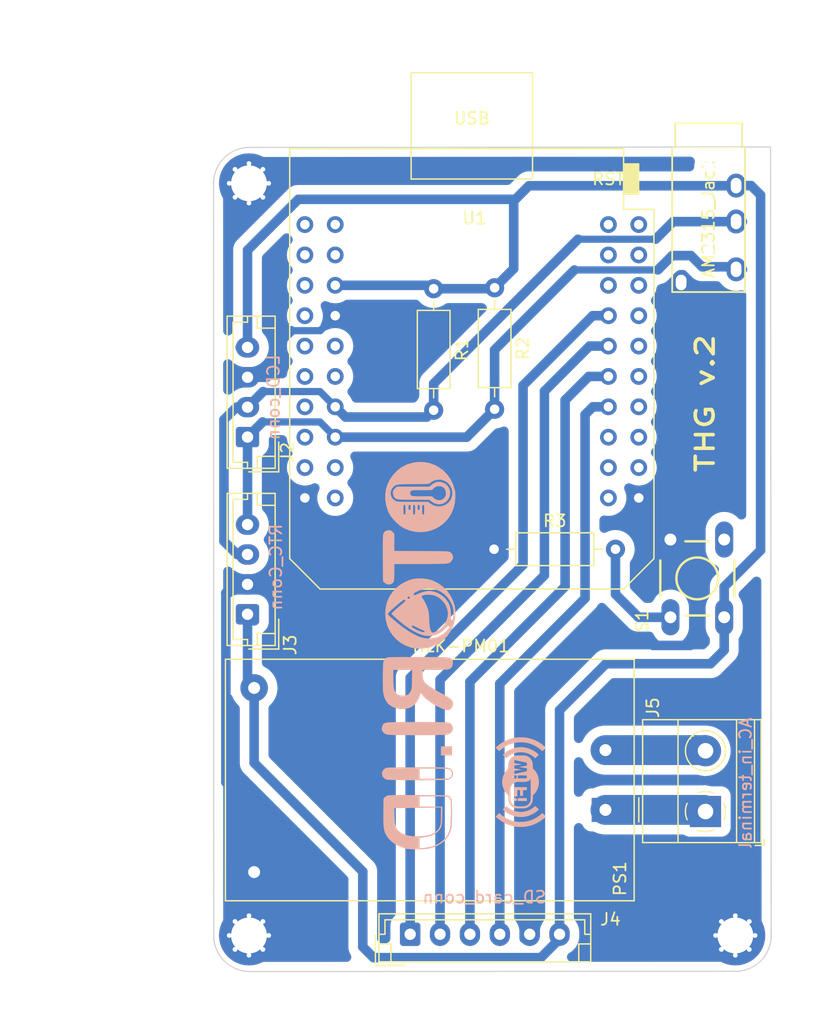
<source format=kicad_pcb>
(kicad_pcb (version 20211014) (generator pcbnew)
  (layers (0 "F.Cu" signal) (31 "B.Cu" signal) (34 "B.Paste" user) (35 "F.Paste" user) (36 "B.SilkS" user "B.Silkscreen") (37 "F.SilkS" user "F.Silkscreen") (38 "B.Mask" user) (39 "F.Mask" user) (44 "Edge.Cuts" user))
  (net 0 "")
  (net 6 "+5V")
  (net 13 "GND")
  (net 25 "SCL")
  (net 27 "SDA")
  (net 29 "GPIO5")
  (net 36 "GPIO23")
  (net 37 "GPIO19")
  (net 38 "GPIO18")
  (net 39 "Net-(J5-Pad1)")
  (net 40 "Net-(J5-Pad2)")
  (net 41 "Net-(R3-Pad2)")
  (footprint "Connector_JST:JST_EH_B6B-EH-A_1x06_P2.50mm_Vertical" (layer "F.Cu") (at 142.34 133.5)
    (fp_text reference "J4" (at 16.76 -1.25) (layer "F.SilkS"))
    (fp_text value "SD_card_conn" (at 6.21 -3.1) (layer "B.SilkS") (effects (justify mirror)))
    (pad "1" thru_hole roundrect locked (at 0 0) (size 1.7 1.95) (drill 0.95) (layers *.Cu *.Mask) (roundrect_rratio 0.147059) (net 29 "GPIO5"))
    (pad "2" thru_hole oval locked (at 2.5 0) (size 1.7 1.95) (drill 0.95) (layers *.Cu *.Mask) (net 36 "GPIO23"))
    (pad "3" thru_hole oval locked (at 5 0) (size 1.7 1.95) (drill 0.95) (layers *.Cu *.Mask) (net 37 "GPIO19"))
    (pad "4" thru_hole oval locked (at 7.5 0) (size 1.7 1.95) (drill 0.95) (layers *.Cu *.Mask) (net 38 "GPIO18"))
    (pad "5" thru_hole oval locked (at 10 0) (size 1.7 1.95) (drill 0.95) (layers *.Cu *.Mask) (net 13 "GND"))
    (pad "6" thru_hole oval locked (at 12.5 0) (size 1.7 1.95) (drill 0.95) (layers *.Cu *.Mask) (net 6 "+5V"))
  )
  (footprint "Converter_ACDC:Converter_ACDC_HiLink_HLK-PMxx" (layer "F.Cu") (at 158.6825 123.1 180)
    (fp_text reference "PS1" (at -1.2175 -5.75 90) (layer "F.SilkS"))
    (fp_text value "HLK-PM01" (at 12.0825 13.7) (layer "F.SilkS"))
    (pad "1" thru_hole rect locked (at 0 0 180) (size 2.3 2) (drill 1) (layers *.Cu *.Mask) (net 39 "Net-(J5-Pad1)"))
    (pad "2" thru_hole circle locked (at 0 5 180) (size 2.3 2.3) (drill 1) (layers *.Cu *.Mask) (net 40 "Net-(J5-Pad2)"))
    (pad "3" thru_hole circle locked (at 29.4 -5.2 180) (size 2.3 2.3) (drill 1) (layers *.Cu *.Mask) (net 13 "GND"))
    (pad "4" thru_hole circle locked (at 29.4 10.2 180) (size 2.3 2.3) (drill 1) (layers *.Cu *.Mask) (net 6 "+5V"))
  )
  (footprint "Resistor_THT:R_Axial_DIN0207_L6.3mm_D2.5mm_P10.16mm_Horizontal" (layer "F.Cu") (at 149.405817 79.435419 -90)
    (fp_text reference "R2" (at 5.08 -2.37 90) (layer "F.SilkS"))
    (fp_text value "10K")
    (pad "1" thru_hole circle locked (at 0 0 270) (size 1.6 1.6) (drill 0.8) (layers *.Cu *.Mask) (net 6 "+5V"))
    (pad "2" thru_hole oval locked (at 10.16 0 270) (size 1.6 1.6) (drill 0.8) (layers *.Cu *.Mask) (net 25 "SCL"))
  )
  (footprint "Lib_Kicad:ESP32_mini" (layer "F.Cu") (at 147.5 85.58 180)
    (fp_text reference "U1" (at -0.22 11.97 180) (layer "F.SilkS"))
    (fp_text value "mini_esp32")
    (fp_text user "USB" (at 0 20.32) (layer "F.SilkS"))
    (fp_text user "RST" (at -11.43 15.24) (layer "F.SilkS"))
    (pad "1" thru_hole circle locked (at -13.97 -11.43 90) (size 1.4 1.4) (drill 0.8) (layers *.Cu *.Mask) (net 13 "GND"))
    (pad "2" thru_hole circle locked (at -11.43 -11.43 90) (size 1.4 1.4) (drill 0.8) (layers *.Cu *.Mask))
    (pad "3" thru_hole circle locked (at -13.97 -8.89 90) (size 1.4 1.4) (drill 0.8) (layers *.Cu *.Mask))
    (pad "4" thru_hole circle locked (at -11.43 -8.89 90) (size 1.4 1.4) (drill 0.8) (layers *.Cu *.Mask))
    (pad "5" thru_hole circle locked (at -13.97 -6.35 90) (size 1.4 1.4) (drill 0.8) (layers *.Cu *.Mask))
    (pad "6" thru_hole circle locked (at -11.43 -6.35 90) (size 1.4 1.4) (drill 0.8) (layers *.Cu *.Mask))
    (pad "7" thru_hole circle locked (at -13.97 -3.81 90) (size 1.4 1.4) (drill 0.8) (layers *.Cu *.Mask))
    (pad "8" thru_hole circle locked (at -11.43 -3.81 90) (size 1.4 1.4) (drill 0.8) (layers *.Cu *.Mask) (net 38 "GPIO18"))
    (pad "9" thru_hole circle locked (at -13.97 -1.27 90) (size 1.4 1.4) (drill 0.8) (layers *.Cu *.Mask))
    (pad "10" thru_hole circle locked (at -11.43 -1.27 90) (size 1.4 1.4) (drill 0.8) (layers *.Cu *.Mask) (net 37 "GPIO19"))
    (pad "11" thru_hole circle locked (at -13.97 1.27 90) (size 1.4 1.4) (drill 0.8) (layers *.Cu *.Mask))
    (pad "12" thru_hole circle locked (at -11.43 1.27 90) (size 1.4 1.4) (drill 0.8) (layers *.Cu *.Mask) (net 36 "GPIO23"))
    (pad "13" thru_hole circle locked (at -13.97 3.81 90) (size 1.4 1.4) (drill 0.8) (layers *.Cu *.Mask))
    (pad "14" thru_hole circle locked (at -11.43 3.81 90) (size 1.4 1.4) (drill 0.8) (layers *.Cu *.Mask) (net 29 "GPIO5"))
    (pad "15" thru_hole circle locked (at -13.97 6.35 90) (size 1.4 1.4) (drill 0.8) (layers *.Cu *.Mask))
    (pad "16" thru_hole circle locked (at -11.43 6.35 90) (size 1.4 1.4) (drill 0.8) (layers *.Cu *.Mask))
    (pad "17" thru_hole circle locked (at -13.97 8.89 90) (size 1.4 1.4) (drill 0.8) (layers *.Cu *.Mask))
    (pad "18" thru_hole circle locked (at -11.43 8.89 90) (size 1.4 1.4) (drill 0.8) (layers *.Cu *.Mask))
    (pad "19" thru_hole circle locked (at -13.97 11.43 90) (size 1.4 1.4) (drill 0.8) (layers *.Cu *.Mask))
    (pad "20" thru_hole circle locked (at -11.43 11.43 90) (size 1.4 1.4) (drill 0.8) (layers *.Cu *.Mask))
    (pad "21" thru_hole circle locked (at 11.43 -11.43 90) (size 1.4 1.4) (drill 0.8) (layers *.Cu *.Mask))
    (pad "22" thru_hole circle locked (at 13.97 -11.43 90) (size 1.4 1.4) (drill 0.8) (layers *.Cu *.Mask) (net 13 "GND"))
    (pad "23" thru_hole circle locked (at 11.43 -8.89 90) (size 1.4 1.4) (drill 0.8) (layers *.Cu *.Mask))
    (pad "24" thru_hole circle locked (at 13.97 -8.89 90) (size 1.4 1.4) (drill 0.8) (layers *.Cu *.Mask))
    (pad "25" thru_hole circle locked (at 11.43 -6.35 90) (size 1.4 1.4) (drill 0.8) (layers *.Cu *.Mask) (net 25 "SCL"))
    (pad "26" thru_hole circle locked (at 13.97 -6.35 90) (size 1.4 1.4) (drill 0.8) (layers *.Cu *.Mask))
    (pad "27" thru_hole circle locked (at 11.43 -3.81 90) (size 1.4 1.4) (drill 0.8) (layers *.Cu *.Mask) (net 27 "SDA"))
    (pad "28" thru_hole circle locked (at 13.97 -3.81 90) (size 1.4 1.4) (drill 0.8) (layers *.Cu *.Mask))
    (pad "29" thru_hole circle locked (at 11.43 -1.27 90) (size 1.4 1.4) (drill 0.8) (layers *.Cu *.Mask))
    (pad "30" thru_hole circle locked (at 13.97 -1.27 90) (size 1.4 1.4) (drill 0.8) (layers *.Cu *.Mask))
    (pad "31" thru_hole circle locked (at 11.43 1.27 90) (size 1.4 1.4) (drill 0.8) (layers *.Cu *.Mask))
    (pad "32" thru_hole circle locked (at 13.97 1.27 90) (size 1.4 1.4) (drill 0.8) (layers *.Cu *.Mask))
    (pad "33" thru_hole circle locked (at 11.43 3.81 90) (size 1.4 1.4) (drill 0.8) (layers *.Cu *.Mask) (net 13 "GND"))
    (pad "34" thru_hole circle locked (at 13.97 3.81 90) (size 1.4 1.4) (drill 0.8) (layers *.Cu *.Mask))
    (pad "35" thru_hole circle locked (at 11.43 6.35 90) (size 1.4 1.4) (drill 0.8) (layers *.Cu *.Mask) (net 6 "+5V"))
    (pad "36" thru_hole circle locked (at 13.97 6.35 90) (size 1.4 1.4) (drill 0.8) (layers *.Cu *.Mask))
    (pad "37" thru_hole circle locked (at 11.43 8.89 90) (size 1.4 1.4) (drill 0.8) (layers *.Cu *.Mask))
    (pad "38" thru_hole circle locked (at 13.97 8.89 90) (size 1.4 1.4) (drill 0.8) (layers *.Cu *.Mask))
    (pad "39" thru_hole circle locked (at 11.43 11.43 90) (size 1.4 1.4) (drill 0.8) (layers *.Cu *.Mask))
    (pad "40" thru_hole circle locked (at 13.97 11.43 90) (size 1.4 1.4) (drill 0.8) (layers *.Cu *.Mask))
  )
  (footprint "TerminalBlock_Phoenix:TerminalBlock_Phoenix_MKDS-1,5-2-5.08_1x02_P5.08mm_Horizontal" (layer "F.Cu") (at 167.055 123.235 90)
    (fp_text reference "J5" (at 8.685 -4.405 90) (layer "F.SilkS"))
    (fp_text value "AC_in_terminal" (at 2.385 3.345 90) (layer "B.SilkS") (effects (justify mirror)))
    (pad "1" thru_hole rect locked (at 0 0 90) (size 2.6 2.6) (drill 1.3) (layers *.Cu *.Mask) (net 39 "Net-(J5-Pad1)"))
    (pad "2" thru_hole circle locked (at 5.08 0 90) (size 2.6 2.6) (drill 1.3) (layers *.Cu *.Mask) (net 40 "Net-(J5-Pad2)"))
  )
  (footprint "Connector_JST:JST_EH_B4B-EH-A_1x04_P2.50mm_Vertical" (layer "F.Cu") (at 128.73 91.92 90)
    (fp_text reference "J2" (at -1.28 3.32 90) (layer "F.SilkS"))
    (fp_text value "LCD_conn" (at 3.32 2.17 90) (layer "B.SilkS") (effects (justify mirror)))
    (pad "1" thru_hole roundrect locked (at 0 0 90) (size 1.7 1.95) (drill 0.95) (layers *.Cu *.Mask) (roundrect_rratio 0.147059) (net 25 "SCL"))
    (pad "2" thru_hole oval locked (at 2.5 0 90) (size 1.7 1.95) (drill 0.95) (layers *.Cu *.Mask) (net 27 "SDA"))
    (pad "3" thru_hole oval locked (at 5 0 90) (size 1.7 1.95) (drill 0.95) (layers *.Cu *.Mask) (net 13 "GND"))
    (pad "4" thru_hole oval locked (at 7.5 0 90) (size 1.7 1.95) (drill 0.95) (layers *.Cu *.Mask) (net 6 "+5V"))
  )
  (footprint "MountingHole:MountingHole_2.2mm_M2_Pad_Via" (layer "F.Cu") (at 128.85 70.7)
    (fp_text reference "H3")
    (fp_text value "MountingHole_Pad")
    (pad "1" thru_hole circle locked (at -1.166726 1.166726) (size 0.7 0.7) (drill 0.4) (layers *.Cu *.Mask) (net 13 "GND"))
    (pad "1" thru_hole circle locked (at 1.166726 1.166726) (size 0.7 0.7) (drill 0.4) (layers *.Cu *.Mask) (net 13 "GND"))
    (pad "1" thru_hole circle locked (at 0 1.65) (size 0.7 0.7) (drill 0.4) (layers *.Cu *.Mask) (net 13 "GND"))
    (pad "1" thru_hole circle locked (at 0 0) (size 5 5) (drill 3) (layers *.Cu *.Mask) (net 13 "GND"))
    (pad "1" thru_hole circle locked (at -1.65 0) (size 0.7 0.7) (drill 0.4) (layers *.Cu *.Mask) (net 13 "GND"))
    (pad "1" thru_hole circle locked (at 1.65 0) (size 0.7 0.7) (drill 0.4) (layers *.Cu *.Mask) (net 13 "GND"))
    (pad "1" thru_hole circle locked (at 1.166726 -1.166726) (size 0.7 0.7) (drill 0.4) (layers *.Cu *.Mask) (net 13 "GND"))
    (pad "1" thru_hole circle locked (at -1.166726 -1.166726) (size 0.7 0.7) (drill 0.4) (layers *.Cu *.Mask) (net 13 "GND"))
    (pad "1" thru_hole circle locked (at 0 -1.65) (size 0.7 0.7) (drill 0.4) (layers *.Cu *.Mask) (net 13 "GND"))
  )
  (footprint "Resistor_THT:R_Axial_DIN0207_L6.3mm_D2.5mm_P10.16mm_Horizontal" (layer "F.Cu") (at 149.36 101.3)
    (fp_text reference "R3" (at 5.08 -2.37) (layer "F.SilkS"))
    (fp_text value "n/a")
    (pad "1" thru_hole circle locked (at 0 0) (size 1.6 1.6) (drill 0.8) (layers *.Cu *.Mask) (net 13 "GND"))
    (pad "2" thru_hole oval locked (at 10.16 0) (size 1.6 1.6) (drill 0.8) (layers *.Cu *.Mask) (net 41 "Net-(R3-Pad2)"))
  )
  (footprint "Lib_Kicad:DTS-6" (layer "F.Cu") (at 166.37 103.74 90)
    (fp_text reference "S1" (at -3.56 -4.62 90) (layer "F.SilkS") (effects (font (size 1.000646 1.000646))))
    (fp_text value "DTS-6")
    (pad "1" thru_hole oval locked (at -3.25 -2.25 90) (size 3.016 1.508) (drill 1) (layers *.Cu *.Mask) (net 41 "Net-(R3-Pad2)"))
    (pad "2" thru_hole oval locked (at 3.25 -2.25 90) (size 3.016 1.508) (drill 1) (layers *.Cu *.Mask) (net 13 "GND"))
    (pad "3" thru_hole oval locked (at -3.25 2.25 90) (size 3.016 1.508) (drill 1) (layers *.Cu *.Mask) (net 6 "+5V"))
    (pad "4" thru_hole oval locked (at 3.25 2.25 90) (size 3.016 1.508) (drill 1) (layers *.Cu *.Mask))
  )
  (footprint "Lib_Kicad:TRRS-PJ-320A" (layer "F.Cu") (at 167.315817 67.692919)
    (fp_text reference "J1")
    (fp_text value "AM2315_Jack" (at -0.015817 6.007081 90) (layer "F.SilkS"))
    (pad "" np_thru_hole circle (at 0 8.6) (size 0.8 0.8) (drill 0.8) (layers *.Cu *.Mask))
    (pad "" np_thru_hole circle (at 0 1.6) (size 0.8 0.8) (drill 0.8) (layers *.Cu *.Mask))
    (pad "G" thru_hole oval (at -2.3 11.3) (size 1.6 2) (drill oval 0.9 1.3) (layers *.Cu *.Mask) (net 13 "GND"))
    (pad "R" thru_hole oval (at 2.3 6.2) (size 1.6 2) (drill oval 0.9 1.3) (layers *.Cu *.Mask) (net 27 "SDA"))
    (pad "S" thru_hole oval (at 2.3 10.2) (size 1.6 2) (drill oval 0.9 1.3) (layers *.Cu *.Mask) (net 25 "SCL"))
    (pad "T" thru_hole oval (at 2.3 3.2) (size 1.6 2) (drill oval 0.9 1.3) (layers *.Cu *.Mask) (net 6 "+5V"))
  )
  (footprint "Resistor_THT:R_Axial_DIN0207_L6.3mm_D2.5mm_P10.16mm_Horizontal" (layer "F.Cu") (at 144.305817 79.515419 -90)
    (fp_text reference "R1" (at 5.08 -2.37 90) (layer "F.SilkS"))
    (fp_text value "10K")
    (pad "1" thru_hole circle locked (at 0 0 270) (size 1.6 1.6) (drill 0.8) (layers *.Cu *.Mask) (net 6 "+5V"))
    (pad "2" thru_hole oval locked (at 10.16 0 270) (size 1.6 1.6) (drill 0.8) (layers *.Cu *.Mask) (net 27 "SDA"))
  )
  (footprint "MountingHole:MountingHole_2.2mm_M2_Pad_Via" (layer "F.Cu") (at 128.85 133.6)
    (fp_text reference "H2")
    (fp_text value "MountingHole_Pad")
    (pad "1" thru_hole circle locked (at -1.166726 -1.166726) (size 0.7 0.7) (drill 0.4) (layers *.Cu *.Mask) (net 13 "GND"))
    (pad "1" thru_hole circle locked (at 1.166726 1.166726) (size 0.7 0.7) (drill 0.4) (layers *.Cu *.Mask) (net 13 "GND"))
    (pad "1" thru_hole circle locked (at 1.166726 -1.166726) (size 0.7 0.7) (drill 0.4) (layers *.Cu *.Mask) (net 13 "GND"))
    (pad "1" thru_hole circle locked (at -1.65 0) (size 0.7 0.7) (drill 0.4) (layers *.Cu *.Mask) (net 13 "GND"))
    (pad "1" thru_hole circle locked (at 0 0) (size 5 5) (drill 3) (layers *.Cu *.Mask) (net 13 "GND"))
    (pad "1" thru_hole circle locked (at 0 1.65) (size 0.7 0.7) (drill 0.4) (layers *.Cu *.Mask) (net 13 "GND"))
    (pad "1" thru_hole circle locked (at 1.65 0) (size 0.7 0.7) (drill 0.4) (layers *.Cu *.Mask) (net 13 "GND"))
    (pad "1" thru_hole circle locked (at -1.166726 1.166726) (size 0.7 0.7) (drill 0.4) (layers *.Cu *.Mask) (net 13 "GND"))
    (pad "1" thru_hole circle locked (at 0 -1.65) (size 0.7 0.7) (drill 0.4) (layers *.Cu *.Mask) (net 13 "GND"))
  )
  (footprint "MountingHole:MountingHole_2.2mm_M2_Pad_Via" (layer "F.Cu") (at 169.55 133.6)
    (fp_text reference "H1")
    (fp_text value "MountingHole_Pad")
    (pad "1" thru_hole circle locked (at -1.166726 -1.166726) (size 0.7 0.7) (drill 0.4) (layers *.Cu *.Mask) (net 13 "GND"))
    (pad "1" thru_hole circle locked (at -1.166726 1.166726) (size 0.7 0.7) (drill 0.4) (layers *.Cu *.Mask) (net 13 "GND"))
    (pad "1" thru_hole circle locked (at 1.166726 -1.166726) (size 0.7 0.7) (drill 0.4) (layers *.Cu *.Mask) (net 13 "GND"))
    (pad "1" thru_hole circle locked (at 1.65 0) (size 0.7 0.7) (drill 0.4) (layers *.Cu *.Mask) (net 13 "GND"))
    (pad "1" thru_hole circle locked (at 0 1.65) (size 0.7 0.7) (drill 0.4) (layers *.Cu *.Mask) (net 13 "GND"))
    (pad "1" thru_hole circle locked (at 0 -1.65) (size 0.7 0.7) (drill 0.4) (layers *.Cu *.Mask) (net 13 "GND"))
    (pad "1" thru_hole circle locked (at -1.65 0) (size 0.7 0.7) (drill 0.4) (layers *.Cu *.Mask) (net 13 "GND"))
    (pad "1" thru_hole circle locked (at 1.166726 1.166726) (size 0.7 0.7) (drill 0.4) (layers *.Cu *.Mask) (net 13 "GND"))
    (pad "1" thru_hole circle locked (at 0 0) (size 5 5) (drill 3) (layers *.Cu *.Mask) (net 13 "GND"))
  )
  (footprint "Connector_JST:JST_EH_B4B-EH-A_1x04_P2.50mm_Vertical" (layer "F.Cu") (at 128.73 106.74 90)
    (fp_text reference "J3" (at -2.56 3.57 90) (layer "F.SilkS"))
    (fp_text value "RTC_Conn" (at 3.94 2.37 90) (layer "B.SilkS") (effects (justify mirror)))
    (pad "1" thru_hole roundrect locked (at 0 0 90) (size 1.7 1.95) (drill 0.95) (layers *.Cu *.Mask) (roundrect_rratio 0.147059) (net 6 "+5V"))
    (pad "2" thru_hole oval locked (at 2.5 0 90) (size 1.7 1.95) (drill 0.95) (layers *.Cu *.Mask) (net 13 "GND"))
    (pad "3" thru_hole oval locked (at 5 0 90) (size 1.7 1.95) (drill 0.95) (layers *.Cu *.Mask) (net 27 "SDA"))
    (pad "4" thru_hole oval locked (at 7.5 0 90) (size 1.7 1.95) (drill 0.95) (layers *.Cu *.Mask) (net 25 "SCL"))
  )
  (footprint "pic_kicad:otori_footprint" (layer "B.Cu") (at 143.175817 110.205419 -90)
    (fp_text reference "G***" hide)
    (fp_text value "LOGO" hide)
  )
  (footprint "pic_kicad:wifi" (layer "B.Cu") (at 151.595817 120.775419 -90)
    (fp_text reference "G***" hide)
    (fp_text value "LOGO" hide)
  )
  (gr_line (start 172.495817 67.665419) (end 172.55 133.6) (layer "Edge.Cuts") (width 0.1))
  (gr_line (start 128.89 67.7) (end 172.495817 67.665419) (layer "Edge.Cuts") (width 0.1))
  (gr_line (start 125.9 133.61) (end 125.89 70.7) (layer "Edge.Cuts") (width 0.1))
  (gr_arc (start 172.55 133.6) (mid 171.67132 135.72132) (end 169.55 136.6) (layer "Edge.Cuts") (width 0.1))
  (gr_arc (start 125.89 70.7) (mid 126.76868 68.57868) (end 128.89 67.7) (layer "Edge.Cuts") (width 0.1))
  (gr_line (start 128.9 136.61) (end 169.55 136.6) (layer "Edge.Cuts") (width 0.1))
  (gr_arc (start 128.9 136.61) (mid 126.77868 135.73132) (end 125.9 133.61) (layer "Edge.Cuts") (width 0.1))
  (gr_text "THG v.2" (at 167.015817 89.095419 90) (layer "F.SilkS") (effects (font (size 1.5 2) (thickness 0.3))))
  (segment (start 171.665817 101.385419) (end 168.62 104.431236) (width 0.8) (layer "B.Cu") (net 6))
  (segment (start 150.870398 72.04) (end 151.005817 72.175419) (width 0.8) (layer "B.Cu") (net 6))
  (segment (start 152.275817 70.905419) (end 170.145817 70.905419) (width 0.8) (layer "B.Cu") (net 6))
  (segment (start 129.2825 112.9) (end 129.2825 119.162102) (width 0.8) (layer "B.Cu") (net 6))
  (segment (start 154.84 114.761236) (end 158.725817 110.875419) (width 0.8) (layer "B.Cu") (net 6))
  (segment (start 128.73 76.29) (end 132.98 72.04) (width 0.8) (layer "B.Cu") (net 6))
  (segment (start 138.375817 128.255419) (end 138.375817 134.555419) (width 0.8) (layer "B.Cu") (net 6))
  (segment (start 136.07 79.23) (end 144.020398 79.23) (width 0.8) (layer "B.Cu") (net 6))
  (segment (start 128.73 112.3475) (end 129.2825 112.9) (width 0.8) (layer "B.Cu") (net 6))
  (segment (start 171.665817 71.685419) (end 171.665817 101.385419) (width 0.8) (layer "B.Cu") (net 6))
  (segment (start 139.275817 135.455419) (end 153.275817 135.455419) (width 0.8) (layer "B.Cu") (net 6))
  (segment (start 144.020398 79.23) (end 144.305817 79.515419) (width 0.8) (layer "B.Cu") (net 6))
  (segment (start 128.73 106.74) (end 129.2825 107.2925) (width 0.8) (layer "B.Cu") (net 6))
  (segment (start 158.725817 110.875419) (end 167.475817 110.875419) (width 0.8) (layer "B.Cu") (net 6))
  (segment (start 129.2825 119.162102) (end 138.375817 128.255419) (width 0.8) (layer "B.Cu") (net 6))
  (segment (start 154.84 133.891236) (end 154.84 133.5) (width 0.8) (layer "B.Cu") (net 6))
  (segment (start 167.475817 110.875419) (end 168.62 109.731236) (width 0.8) (layer "B.Cu") (net 6))
  (segment (start 128.73 106.74) (end 128.73 112.3475) (width 0.8) (layer "B.Cu") (net 6))
  (segment (start 153.275817 135.455419) (end 154.84 133.891236) (width 0.8) (layer "B.Cu") (net 6))
  (segment (start 168.62 109.731236) (end 168.62 106.99) (width 0.8) (layer "B.Cu") (net 6))
  (segment (start 151.005817 72.175419) (end 152.275817 70.905419) (width 0.8) (layer "B.Cu") (net 6))
  (segment (start 128.73 84.42) (end 128.73 76.29) (width 0.8) (layer "B.Cu") (net 6))
  (segment (start 132.98 72.04) (end 150.870398 72.04) (width 0.8) (layer "B.Cu") (net 6))
  (segment (start 128.73 106.74) (end 128.73 106.569699) (width 0.8) (layer "B.Cu") (net 6))
  (segment (start 169.615817 70.892919) (end 170.873317 70.892919) (width 0.8) (layer "B.Cu") (net 6))
  (segment (start 128.11 84.42) (end 128.73 84.42) (width 0.8) (layer "B.Cu") (net 6))
  (segment (start 154.84 133.5) (end 154.84 114.761236) (width 0.8) (layer "B.Cu") (net 6))
  (segment (start 149.325817 79.515419) (end 149.405817 79.435419) (width 0.8) (layer "B.Cu") (net 6))
  (segment (start 168.62 104.431236) (end 168.62 106.99) (width 0.8) (layer "B.Cu") (net 6))
  (segment (start 151.005817 72.175419) (end 151.005817 77.835419) (width 0.8) (layer "B.Cu") (net 6))
  (segment (start 151.005817 77.835419) (end 149.405817 79.435419) (width 0.8) (layer "B.Cu") (net 6))
  (segment (start 170.873317 70.892919) (end 171.665817 71.685419) (width 0.8) (layer "B.Cu") (net 6))
  (segment (start 138.375817 134.555419) (end 139.275817 135.455419) (width 0.8) (layer "B.Cu") (net 6))
  (segment (start 144.305817 79.515419) (end 149.325817 79.515419) (width 0.8) (layer "B.Cu") (net 6))
  (segment (start 165.785817 109.345419) (end 166.345817 108.785419) (width 0.8) (layer "B.Cu") (net 13))
  (segment (start 163.998764 97.01) (end 164.12 97.131236) (width 0.8) (layer "B.Cu") (net 13))
  (segment (start 161.47 97.01) (end 163.998764 97.01) (width 0.8) (layer "B.Cu") (net 13))
  (segment (start 133.750398 101.3) (end 133.53 101.079602) (width 0.8) (layer "B.Cu") (net 13))
  (segment (start 127.621236 104.24) (end 128.73 104.24) (width 0.8) (layer "B.Cu") (net 13))
  (segment (start 164.12 97.131236) (end 164.12 100.49) (width 0.8) (layer "B.Cu") (net 13))
  (segment (start 152.34 133.5) (end 152.34 134.07) (width 0.8) (layer "B.Cu") (net 13))
  (segment (start 130.32 86.92) (end 128.73 86.92) (width 0.8) (layer "B.Cu") (net 13))
  (segment (start 162.115817 108.785419) (end 162.675817 109.345419) (width 0.8) (layer "B.Cu") (net 13))
  (segment (start 163.998764 97.01) (end 165.015817 95.992947) (width 0.8) (layer "B.Cu") (net 13))
  (segment (start 157.735817 108.785419) (end 162.115817 108.785419) (width 0.8) (layer "B.Cu") (net 13))
  (segment (start 152.34 114.181236) (end 157.735817 108.785419) (width 0.8) (layer "B.Cu") (net 13))
  (segment (start 149.36 101.3) (end 133.750398 101.3) (width 0.8) (layer "B.Cu") (net 13))
  (segment (start 152.34 133.5) (end 152.34 114.181236) (width 0.8) (layer "B.Cu") (net 13))
  (segment (start 165.015817 95.992947) (end 165.015817 78.992919) (width 0.8) (layer "B.Cu") (net 13))
  (segment (start 166.345817 108.785419) (end 166.345817 102.715817) (width 0.8) (layer "B.Cu") (net 13))
  (segment (start 132.285817 83.125419) (end 132.385817 83.025419) (width 0.8) (layer "B.Cu") (net 13))
  (segment (start 126.915817 120.795419) (end 126.915817 104.945419) (width 0.8) (layer "B.Cu") (net 13))
  (segment (start 128.73 104.24) (end 132.541236 104.24) (width 0.8) (layer "B.Cu") (net 13))
  (segment (start 162.675817 109.345419) (end 165.785817 109.345419) (width 0.8) (layer "B.Cu") (net 13))
  (segment (start 133.53 101.079602) (end 133.53 97.01) (width 0.8) (layer "B.Cu") (net 13))
  (segment (start 166.345817 102.715817) (end 164.12 100.49) (width 0.8) (layer "B.Cu") (net 13))
  (segment (start 131.62 83.791236) (end 131.62 85.62) (width 0.8) (layer "B.Cu") (net 13))
  (segment (start 126.915817 104.945419) (end 127.621236 104.24) (width 0.8) (layer "B.Cu") (net 13))
  (segment (start 131.62 85.62) (end 130.32 86.92) (width 0.8) (layer "B.Cu") (net 13))
  (segment (start 129.2825 123.162102) (end 126.915817 120.795419) (width 0.8) (layer "B.Cu") (net 13))
  (segment (start 132.385817 83.025419) (end 134.814581 83.025419) (width 0.6) (layer "B.Cu") (net 13))
  (segment (start 129.2825 128.3) (end 129.2825 123.162102) (width 0.8) (layer "B.Cu") (net 13))
  (segment (start 132.541236 104.24) (end 133.53 103.251236) (width 0.8) (layer "B.Cu") (net 13))
  (segment (start 132.285817 83.125419) (end 131.62 83.791236) (width 0.8) (layer "B.Cu") (net 13))
  (segment (start 133.53 103.251236) (end 133.53 101.079602) (width 0.8) (layer "B.Cu") (net 13))
  (segment (start 134.814581 83.025419) (end 136.07 81.77) (width 0.6) (layer "B.Cu") (net 13))
  (segment (start 128.73 91.92) (end 128.73 99.24) (width 0.8) (layer "B.Cu") (net 25))
  (segment (start 165.835817 76.745419) (end 164.265817 76.745419) (width 0.8) (layer "B.Cu") (net 25))
  (segment (start 134.795419 90.655419) (end 136.07 91.93) (width 0.6) (layer "B.Cu") (net 25))
  (segment (start 147.071236 91.93) (end 149.405817 89.595419) (width 0.8) (layer "B.Cu") (net 25))
  (segment (start 156.085817 77.945419) (end 149.405817 84.625419) (width 0.8) (layer "B.Cu") (net 25))
  (segment (start 169.921297 77.680899) (end 166.771297 77.680899) (width 0.8) (layer "B.Cu") (net 25))
  (segment (start 164.265817 76.745419) (end 163.065817 77.945419) (width 0.8) (layer "B.Cu") (net 25))
  (segment (start 136.07 91.93) (end 147.071236 91.93) (width 0.8) (layer "B.Cu") (net 25))
  (segment (start 149.405817 84.625419) (end 149.405817 86.975419) (width 0.8) (layer "B.Cu") (net 25))
  (segment (start 149.405817 86.975419) (end 149.405817 89.595419) (width 0.8) (layer "B.Cu") (net 25))
  (segment (start 166.771297 77.680899) (end 165.835817 76.745419) (width 0.8) (layer "B.Cu") (net 25))
  (segment (start 129.96 90.69) (end 129.994581 90.655419) (width 0.8) (layer "B.Cu") (net 25))
  (segment (start 163.065817 77.945419) (end 156.085817 77.945419) (width 0.6) (layer "B.Cu") (net 25))
  (segment (start 129.994581 90.655419) (end 134.795419 90.655419) (width 0.6) (layer "B.Cu") (net 25))
  (segment (start 170.145817 77.905419) (end 169.921297 77.680899) (width 0.8) (layer "B.Cu") (net 25))
  (segment (start 128.73 91.92) (end 129.96 90.69) (width 0.8) (layer "B.Cu") (net 25))
  (segment (start 144.305817 87.455419) (end 144.305817 88.485419) (width 0.8) (layer "B.Cu") (net 27))
  (segment (start 136.07 89.39) (end 134.795419 88.115419) (width 0.6) (layer "B.Cu") (net 27))
  (segment (start 127.86 101.74) (end 126.755817 100.635817) (width 0.8) (layer "B.Cu") (net 27))
  (segment (start 136.07 89.39) (end 136.925419 90.245419) (width 0.8) (layer "B.Cu") (net 27))
  (segment (start 164.345817 73.905419) (end 162.875817 75.375419) (width 0.8) (layer "B.Cu") (net 27))
  (segment (start 126.755817 90.465419) (end 127.801236 89.42) (width 0.8) (layer "B.Cu") (net 27))
  (segment (start 156.385817 75.375419) (end 144.305817 87.455419) (width 0.8) (layer "B.Cu") (net 27))
  (segment (start 126.755817 100.635817) (end 126.755817 90.465419) (width 0.8) (layer "B.Cu") (net 27))
  (segment (start 134.795419 88.115419) (end 130.034581 88.115419) (width 0.6) (layer "B.Cu") (net 27))
  (segment (start 128.73 101.74) (end 127.86 101.74) (width 0.8) (layer "B.Cu") (net 27))
  (segment (start 136.925419 90.245419) (end 143.735817 90.245419) (width 0.8) (layer "B.Cu") (net 27))
  (segment (start 144.305817 88.485419) (end 144.305817 89.675419) (width 0.8) (layer "B.Cu") (net 27))
  (segment (start 143.735817 90.245419) (end 144.305817 89.675419) (width 0.8) (layer "B.Cu") (net 27))
  (segment (start 162.875817 75.375419) (end 156.385817 75.375419) (width 0.6) (layer "B.Cu") (net 27))
  (segment (start 170.145817 73.905419) (end 164.345817 73.905419) (width 0.8) (layer "B.Cu") (net 27))
  (segment (start 127.801236 89.42) (end 128.73 89.42) (width 0.8) (layer "B.Cu") (net 27))
  (segment (start 130.009511 88.140489) (end 128.73 89.42) (width 0.8) (layer "B.Cu") (net 27))
  (segment (start 130.034581 88.115419) (end 130.009511 88.140489) (width 0.8) (layer "B.Cu") (net 27))
  (segment (start 151.785817 87.602069) (end 157.617886 81.77) (width 0.8) (layer "B.Cu") (net 29))
  (segment (start 142.34 133.5) (end 142.34 112.051236) (width 0.8) (layer "B.Cu") (net 29))
  (segment (start 157.617886 81.77) (end 158.93 81.77) (width 0.8) (layer "B.Cu") (net 29))
  (segment (start 142.34 112.051236) (end 151.785817 102.605419) (width 0.8) (layer "B.Cu") (net 29))
  (segment (start 151.785817 102.605419) (end 151.785817 87.602069) (width 0.8) (layer "B.Cu") (net 29))
  (segment (start 144.84 112.211236) (end 153.575817 103.475419) (width 0.8) (layer "B.Cu") (net 36))
  (segment (start 153.575817 103.475419) (end 153.575817 88.085419) (width 0.8) (layer "B.Cu") (net 36))
  (segment (start 144.84 133.5) (end 144.84 112.211236) (width 0.8) (layer "B.Cu") (net 36))
  (segment (start 157.351236 84.31) (end 158.93 84.31) (width 0.8) (layer "B.Cu") (net 36))
  (segment (start 153.575817 88.085419) (end 157.351236 84.31) (width 0.8) (layer "B.Cu") (net 36))
  (segment (start 157.29 86.85) (end 158.93 86.85) (width 0.8) (layer "B.Cu") (net 37))
  (segment (start 147.34 112.381236) (end 155.305817 104.415419) (width 0.8) (layer "B.Cu") (net 37))
  (segment (start 155.305817 104.415419) (end 155.305817 88.834183) (width 0.8) (layer "B.Cu") (net 37))
  (segment (start 155.305817 88.834183) (end 157.29 86.85) (width 0.8) (layer "B.Cu") (net 37))
  (segment (start 147.34 133.5) (end 147.34 112.381236) (width 0.8) (layer "B.Cu") (net 37))
  (segment (start 157.63 89.39) (end 158.93 89.39) (width 0.8) (layer "B.Cu") (net 38))
  (segment (start 156.975817 90.044183) (end 157.63 89.39) (width 0.8) (layer "B.Cu") (net 38))
  (segment (start 149.84 133.5) (end 149.84 112.541236) (width 0.8) (layer "B.Cu") (net 38))
  (segment (start 156.975817 105.405419) (end 156.975817 90.044183) (width 0.8) (layer "B.Cu") (net 38))
  (segment (start 149.84 112.541236) (end 156.975817 105.405419) (width 0.8) (layer "B.Cu") (net 38))
  (segment (start 158.6825 123.1) (end 166.92 123.1) (width 2.5) (layer "B.Cu") (net 39))
  (segment (start 166.92 123.1) (end 167.055 123.235) (width 2.5) (layer "B.Cu") (net 39))
  (segment (start 158.6825 118.1) (end 167 118.1) (width 2.5) (layer "B.Cu") (net 40))
  (segment (start 167 118.1) (end 167.055 118.155) (width 2.5) (layer "B.Cu") (net 40))
  (segment (start 161.45 106.99) (end 164.12 106.99) (width 0.8) (layer "B.Cu") (net 41))
  (segment (start 159.52 101.3) (end 159.52 105.06) (width 0.8) (layer "B.Cu") (net 41))
  (segment (start 159.52 105.06) (end 161.45 106.99) (width 0.8) (layer "B.Cu") (net 41))
  (zone (net 13) (net_name "GND") (layer "B.Cu") (connect_pads yes (clearance 0.8)) (min_thickness 0.8) (fill yes (thermal_gap 0.8) (thermal_bridge_width 0.8))
    (polygon (pts (xy 172.55 136.6) (xy 125.9 136.6) (xy 125.9 67.7) (xy 172.5 67.65)))
  )
)
</source>
